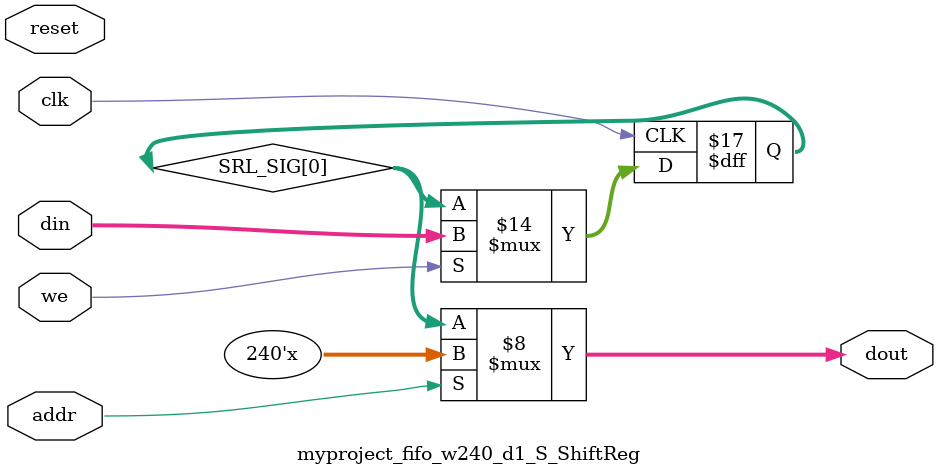
<source format=v>

`timescale 1 ns / 1 ps


module myproject_fifo_w240_d1_S
#(parameter
    MEM_STYLE   = "shiftReg",
    DATA_WIDTH  = 240,
    ADDR_WIDTH  = 1,
    DEPTH       = 1)
(
    // system signal
    input  wire                  clk,
    input  wire                  reset,

    // write
    output wire                  if_full_n,
    input  wire                  if_write_ce,
    input  wire                  if_write,
    input  wire [DATA_WIDTH-1:0] if_din,
    
    // read 
    output wire [ADDR_WIDTH:0]   if_num_data_valid, // for FRP
    output wire [ADDR_WIDTH:0]   if_fifo_cap,       // for FRP
    output wire                  if_empty_n,
    input  wire                  if_read_ce,
    input  wire                  if_read,
    output wire [DATA_WIDTH-1:0] if_dout
);
//------------------------Parameter----------------------

//------------------------Local signal-------------------
    wire [ADDR_WIDTH-1:0]     addr;
    wire                      push;
    wire                      pop;
    reg signed [ADDR_WIDTH:0] mOutPtr;
    reg                       empty_n = 1'b0;
    reg                       full_n  = 1'b1;
    // with almost full?  no 
    // has output register?  no 
//------------------------Instantiation------------------
    myproject_fifo_w240_d1_S_ShiftReg 
    #(  .DATA_WIDTH (DATA_WIDTH),
        .ADDR_WIDTH (ADDR_WIDTH),
        .DEPTH      (DEPTH))
    U_myproject_fifo_w240_d1_S_ShiftReg (
        .clk        (clk),
        .reset      (reset),
        .we         (push),
        .addr       (addr),
        .din        (if_din),
        .dout       (if_dout)
    );
//------------------------Task and function--------------

//------------------------Body---------------------------
    // has num_data_valid ? 
    assign if_num_data_valid = mOutPtr + 1'b1; // yes
    assign if_fifo_cap = DEPTH; // yes  

    // has almost full ? 
    assign if_full_n  = full_n; //no 
    assign push       = full_n & if_write_ce & if_write;

    // has output register? 
    assign if_empty_n = empty_n;  // no
    assign pop        = empty_n & if_read_ce & if_read; // no 

    assign addr       = mOutPtr[ADDR_WIDTH] == 1'b0 ? mOutPtr[ADDR_WIDTH-1:0] : {ADDR_WIDTH{1'b0}};

    // mOutPtr
    always @(posedge clk) begin
        if (reset == 1'b1)
            mOutPtr <= {ADDR_WIDTH+1{1'b1}};
        else if (push & ~pop)
            mOutPtr <= mOutPtr + 1'b1;
        else if (~push & pop)
            mOutPtr <= mOutPtr - 1'b1;
    end

    // full_n
    always @(posedge clk) begin
        if (reset == 1'b1)
            full_n <= 1'b1;
        else if (push & ~pop) begin
            if (mOutPtr == DEPTH - 2)
                full_n <= 1'b0;
        end
        else if (~push & pop)
            full_n <= 1'b1;
    end

    // almost_full_n 

    // empty_n
    always @(posedge clk) begin
        if (reset == 1'b1)
            empty_n <= 1'b0;
        else if (push & ~pop)
            empty_n <= 1'b1;
        else if (~push & pop) begin
            if (mOutPtr == 0)
                empty_n <= 1'b0;
        end
    end
 
    // num_data_valid 

    // dout_vld 

endmodule  


module myproject_fifo_w240_d1_S_ShiftReg
#(parameter
    DATA_WIDTH  = 240,
    ADDR_WIDTH  = 1,
    DEPTH       = 1)
(
    input  wire                  clk,
    input  wire                  reset,
    input  wire                  we,
    input  wire [ADDR_WIDTH-1:0] addr,
    input  wire [DATA_WIDTH-1:0] din,
    //output register? 
    output wire [DATA_WIDTH-1:0] dout // no 
);

    reg [DATA_WIDTH-1:0] SRL_SIG [0:DEPTH-1];
    integer i;

    always @ (posedge clk) begin
        if (we) begin
            for (i=0; i<DEPTH-1; i=i+1)
                SRL_SIG[i+1] <= SRL_SIG[i];
            SRL_SIG[0] <= din;
        end
    end

    //read from SRL, output register? 
    assign dout = SRL_SIG[addr];// no 

endmodule

</source>
